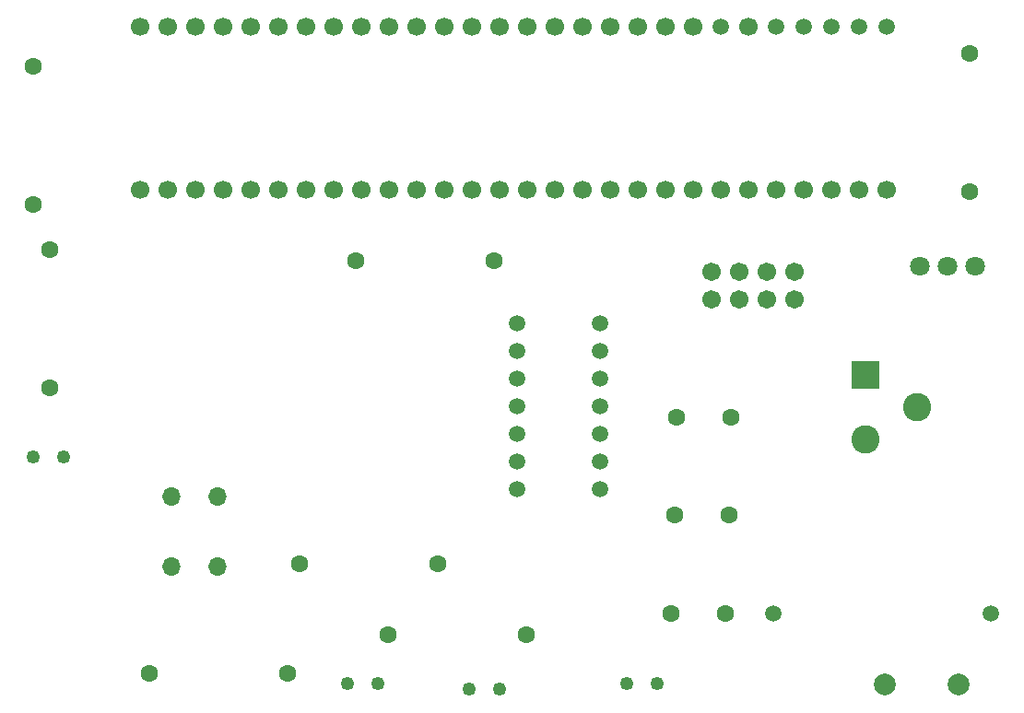
<source format=gbr>
%TF.GenerationSoftware,KiCad,Pcbnew,9.0.4*%
%TF.CreationDate,2025-11-19T22:25:04-07:00*%
%TF.ProjectId,PIC circuit,50494320-6369-4726-9375-69742e6b6963,rev?*%
%TF.SameCoordinates,Original*%
%TF.FileFunction,Soldermask,Top*%
%TF.FilePolarity,Negative*%
%FSLAX46Y46*%
G04 Gerber Fmt 4.6, Leading zero omitted, Abs format (unit mm)*
G04 Created by KiCad (PCBNEW 9.0.4) date 2025-11-19 22:25:04*
%MOMM*%
%LPD*%
G01*
G04 APERTURE LIST*
%ADD10C,2.600000*%
%ADD11R,2.600000X2.600000*%
%ADD12C,1.800000*%
%ADD13C,1.600000*%
%ADD14C,1.250000*%
%ADD15C,1.500000*%
%ADD16C,2.000000*%
%ADD17C,1.701800*%
%ADD18C,1.700000*%
%ADD19O,1.700000X1.700000*%
G04 APERTURE END LIST*
D10*
%TO.C,J1*%
X189700000Y-100500000D03*
X185000000Y-103500000D03*
D11*
X185000000Y-97500000D03*
%TD*%
D12*
%TO.C,U1*%
X189960000Y-87500000D03*
X192500000Y-87500000D03*
X195040000Y-87500000D03*
%TD*%
D13*
%TO.C,R5*%
X108500000Y-69150000D03*
X108500000Y-81850000D03*
%TD*%
%TO.C,C3*%
X172120000Y-119420000D03*
X167120000Y-119420000D03*
%TD*%
%TO.C,R1*%
X138150000Y-87000000D03*
X150850000Y-87000000D03*
%TD*%
%TO.C,R3*%
X194500000Y-80700000D03*
X194500000Y-68000000D03*
%TD*%
D14*
%TO.C,D1*%
X111300000Y-105100000D03*
X108500000Y-105100000D03*
%TD*%
D13*
%TO.C,R6*%
X132960000Y-114920000D03*
X145660000Y-114920000D03*
%TD*%
D15*
%TO.C,F1*%
X176512500Y-119500000D03*
X196512500Y-119500000D03*
%TD*%
D13*
%TO.C,C2*%
X167430000Y-110420000D03*
X172430000Y-110420000D03*
%TD*%
D16*
%TO.C,TP1*%
X193500000Y-126000000D03*
%TD*%
D13*
%TO.C,R4*%
X141110000Y-121420000D03*
X153810000Y-121420000D03*
%TD*%
%TO.C,R2*%
X110000000Y-98700000D03*
X110000000Y-86000000D03*
%TD*%
D16*
%TO.C,TP2*%
X186762500Y-126000000D03*
%TD*%
D17*
%TO.C,J2*%
X170810000Y-90630200D03*
X170810000Y-88090200D03*
X173350000Y-90630200D03*
X173350000Y-88090200D03*
X175890000Y-90630200D03*
X175890000Y-88090200D03*
X178430000Y-90630200D03*
X178430000Y-88090200D03*
%TD*%
D14*
%TO.C,D5*%
X148565000Y-126420000D03*
X151365000Y-126420000D03*
%TD*%
D18*
%TO.C,U2*%
X118320000Y-80500000D03*
X120860000Y-80500000D03*
X123400000Y-80500000D03*
X125940000Y-80500000D03*
X128480000Y-80500000D03*
X131020000Y-80500000D03*
X133560000Y-80500000D03*
X136100000Y-80500000D03*
X138640000Y-80500000D03*
X141180000Y-80500000D03*
X143720000Y-80500000D03*
X146260000Y-80500000D03*
X148800000Y-80500000D03*
X151340000Y-80500000D03*
X153880000Y-80500000D03*
X156420000Y-80500000D03*
X158960000Y-80500000D03*
X161500000Y-80500000D03*
X164040000Y-80500000D03*
X166580000Y-80500000D03*
X169120000Y-80500000D03*
X171660000Y-80500000D03*
X174200000Y-80500000D03*
X176740000Y-80500000D03*
X179280000Y-80500000D03*
X181820000Y-80500000D03*
X184360000Y-80500000D03*
X186900000Y-80500000D03*
D15*
X186900000Y-65500000D03*
X184360000Y-65500000D03*
X181820000Y-65500000D03*
X179280000Y-65500000D03*
X176740000Y-65500000D03*
D18*
X174200000Y-65500000D03*
D15*
X171660000Y-65500000D03*
D18*
X169120000Y-65500000D03*
X166580000Y-65500000D03*
X164040000Y-65500000D03*
X161500000Y-65500000D03*
X158960000Y-65500000D03*
X156420000Y-65500000D03*
X153880000Y-65500000D03*
X151340000Y-65500000D03*
X148800000Y-65500000D03*
X146260000Y-65500000D03*
X143720000Y-65500000D03*
X141180000Y-65500000D03*
X138640000Y-65500000D03*
X136100000Y-65500000D03*
X133560000Y-65500000D03*
X131020000Y-65500000D03*
X128480000Y-65500000D03*
X125940000Y-65500000D03*
X123400000Y-65500000D03*
X120860000Y-65500000D03*
X118320000Y-65500000D03*
%TD*%
D13*
%TO.C,R_sensor_RAD1*%
X119150000Y-125000000D03*
X131850000Y-125000000D03*
%TD*%
%TO.C,C1*%
X167620000Y-101420000D03*
X172620000Y-101420000D03*
%TD*%
D15*
%TO.C,MCP6004_RAD1*%
X153000000Y-92800000D03*
X153000000Y-95340000D03*
X153000000Y-97880000D03*
X153000000Y-100420000D03*
X153000000Y-102960000D03*
X153000000Y-105500000D03*
X153000000Y-108040000D03*
X160620000Y-108040000D03*
X160620000Y-105500000D03*
X160620000Y-102960000D03*
X160620000Y-100420000D03*
X160620000Y-97880000D03*
X160620000Y-95340000D03*
X160620000Y-92800000D03*
%TD*%
D14*
%TO.C,D3*%
X137410000Y-125920000D03*
X140210000Y-125920000D03*
%TD*%
%TO.C,D4*%
X163010000Y-125920000D03*
X165810000Y-125920000D03*
%TD*%
D19*
%TO.C,SW1*%
X121210000Y-115170000D03*
X125410000Y-115170000D03*
X125410000Y-108670000D03*
X121210000Y-108670000D03*
%TD*%
M02*

</source>
